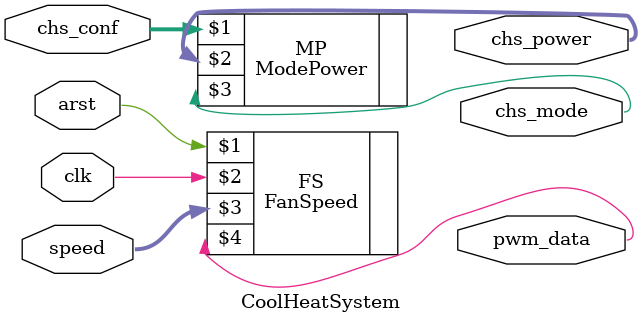
<source format=v>
/*--  *******************************************************
--  Computer Architecture Course, Laboratory Sources 
--  Amirkabir University of Technology (Tehran Polytechnic)
--  Department of Computer Engineering (CE-AUT)
--  https://ce[dot]aut[dot]ac[dot]ir
--  *******************************************************
--  All Rights reserved (C) 2019-2020
--  *******************************************************
--  Student ID  : 
--  Student Name: 
--  Student Mail: 
--  *******************************************************
--  Additional Comments:
--
--*/

/*-----------------------------------------------------------
---  Module Name: Cool Heat System
---  Description: Module3:
-----------------------------------------------------------*/
`timescale 1 ns/1 ns

module CoolHeatSystem (
	input        arst      , // reset [asynch]  
	input        clk       , // clock [posedge] 
	
	input  [7:0] speed     , // speed [duty-cycle]  
	
	input  [7:0] chs_conf  , // degree [temprature] 
	
	output [3:0] chs_power , // power  [cooler/heater] 
	output       chs_mode  , // model  [heat=1/cool=0]

	output       pwm_data    // data  [output]
);

	
	
	//mode
	ModePower MP(chs_conf , chs_power , chs_mode);
	
	FanSpeed FS(arst , clk , speed , pwm_data);
	

endmodule

</source>
